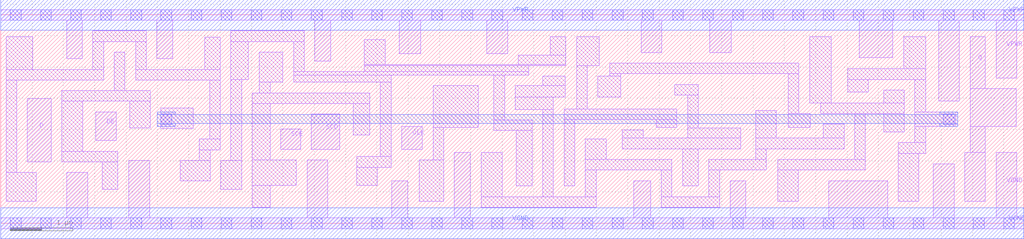
<source format=lef>
# Copyright 2020 The SkyWater PDK Authors
#
# Licensed under the Apache License, Version 2.0 (the "License");
# you may not use this file except in compliance with the License.
# You may obtain a copy of the License at
#
#     https://www.apache.org/licenses/LICENSE-2.0
#
# Unless required by applicable law or agreed to in writing, software
# distributed under the License is distributed on an "AS IS" BASIS,
# WITHOUT WARRANTIES OR CONDITIONS OF ANY KIND, either express or implied.
# See the License for the specific language governing permissions and
# limitations under the License.
#
# SPDX-License-Identifier: Apache-2.0

VERSION 5.7 ;
  NAMESCASESENSITIVE ON ;
  NOWIREEXTENSIONATPIN ON ;
  DIVIDERCHAR "/" ;
  BUSBITCHARS "[]" ;
UNITS
  DATABASE MICRONS 200 ;
END UNITS
MACRO sky130_fd_sc_ls__sedfxtp_2
  CLASS CORE ;
  SOURCE USER ;
  FOREIGN sky130_fd_sc_ls__sedfxtp_2 ;
  ORIGIN  0.000000  0.000000 ;
  SIZE  16.32000 BY  3.330000 ;
  SYMMETRY X Y ;
  SITE unit ;
  PIN D
    ANTENNAGATEAREA  0.159000 ;
    DIRECTION INPUT ;
    USE SIGNAL ;
    PORT
      LAYER li1 ;
        RECT 0.425000 0.980000 0.805000 1.990000 ;
    END
  END D
  PIN DE
    ANTENNAGATEAREA  0.318000 ;
    DIRECTION INPUT ;
    USE SIGNAL ;
    PORT
      LAYER li1 ;
        RECT 1.515000 1.320000 1.845000 1.780000 ;
    END
  END DE
  PIN Q
    ANTENNADIFFAREA  0.560000 ;
    DIRECTION OUTPUT ;
    USE SIGNAL ;
    PORT
      LAYER li1 ;
        RECT 15.375000 0.350000 15.705000 1.130000 ;
        RECT 15.460000 1.130000 15.705000 1.550000 ;
        RECT 15.460000 1.550000 16.195000 2.150000 ;
        RECT 15.460000 2.150000 15.705000 2.980000 ;
    END
  END Q
  PIN SCD
    ANTENNAGATEAREA  0.159000 ;
    DIRECTION INPUT ;
    USE SIGNAL ;
    PORT
      LAYER li1 ;
        RECT 4.955000 1.180000 5.410000 1.745000 ;
    END
  END SCD
  PIN SCE
    ANTENNAGATEAREA  0.318000 ;
    DIRECTION INPUT ;
    USE SIGNAL ;
    PORT
      LAYER li1 ;
        RECT 4.465000 1.180000 4.785000 1.510000 ;
    END
  END SCE
  PIN CLK
    ANTENNAGATEAREA  0.279000 ;
    DIRECTION INPUT ;
    USE CLOCK ;
    PORT
      LAYER li1 ;
        RECT 6.395000 1.180000 6.725000 1.550000 ;
    END
  END CLK
  PIN VGND
    DIRECTION INOUT ;
    SHAPE ABUTMENT ;
    USE GROUND ;
    PORT
      LAYER li1 ;
        RECT  0.000000 -0.085000 16.320000 0.085000 ;
        RECT  1.055000  0.085000  1.385000 0.810000 ;
        RECT  2.045000  0.085000  2.375000 1.005000 ;
        RECT  4.885000  0.085000  5.215000 1.010000 ;
        RECT  6.235000  0.085000  6.495000 0.680000 ;
        RECT  7.235000  0.085000  7.485000 1.130000 ;
        RECT 10.100000  0.085000 10.365000 0.680000 ;
        RECT 11.635000  0.085000 11.885000 0.680000 ;
        RECT 13.210000  0.085000 14.145000 0.680000 ;
        RECT 14.875000  0.085000 15.205000 0.950000 ;
        RECT 15.875000  0.085000 16.205000 1.130000 ;
      LAYER mcon ;
        RECT  0.155000 -0.085000  0.325000 0.085000 ;
        RECT  0.635000 -0.085000  0.805000 0.085000 ;
        RECT  1.115000 -0.085000  1.285000 0.085000 ;
        RECT  1.595000 -0.085000  1.765000 0.085000 ;
        RECT  2.075000 -0.085000  2.245000 0.085000 ;
        RECT  2.555000 -0.085000  2.725000 0.085000 ;
        RECT  3.035000 -0.085000  3.205000 0.085000 ;
        RECT  3.515000 -0.085000  3.685000 0.085000 ;
        RECT  3.995000 -0.085000  4.165000 0.085000 ;
        RECT  4.475000 -0.085000  4.645000 0.085000 ;
        RECT  4.955000 -0.085000  5.125000 0.085000 ;
        RECT  5.435000 -0.085000  5.605000 0.085000 ;
        RECT  5.915000 -0.085000  6.085000 0.085000 ;
        RECT  6.395000 -0.085000  6.565000 0.085000 ;
        RECT  6.875000 -0.085000  7.045000 0.085000 ;
        RECT  7.355000 -0.085000  7.525000 0.085000 ;
        RECT  7.835000 -0.085000  8.005000 0.085000 ;
        RECT  8.315000 -0.085000  8.485000 0.085000 ;
        RECT  8.795000 -0.085000  8.965000 0.085000 ;
        RECT  9.275000 -0.085000  9.445000 0.085000 ;
        RECT  9.755000 -0.085000  9.925000 0.085000 ;
        RECT 10.235000 -0.085000 10.405000 0.085000 ;
        RECT 10.715000 -0.085000 10.885000 0.085000 ;
        RECT 11.195000 -0.085000 11.365000 0.085000 ;
        RECT 11.675000 -0.085000 11.845000 0.085000 ;
        RECT 12.155000 -0.085000 12.325000 0.085000 ;
        RECT 12.635000 -0.085000 12.805000 0.085000 ;
        RECT 13.115000 -0.085000 13.285000 0.085000 ;
        RECT 13.595000 -0.085000 13.765000 0.085000 ;
        RECT 14.075000 -0.085000 14.245000 0.085000 ;
        RECT 14.555000 -0.085000 14.725000 0.085000 ;
        RECT 15.035000 -0.085000 15.205000 0.085000 ;
        RECT 15.515000 -0.085000 15.685000 0.085000 ;
        RECT 15.995000 -0.085000 16.165000 0.085000 ;
      LAYER met1 ;
        RECT 0.000000 -0.245000 16.320000 0.245000 ;
    END
  END VGND
  PIN VPWR
    DIRECTION INOUT ;
    SHAPE ABUTMENT ;
    USE POWER ;
    PORT
      LAYER li1 ;
        RECT  0.000000 3.245000 16.320000 3.415000 ;
        RECT  1.050000 2.630000  1.300000 3.245000 ;
        RECT  2.490000 2.630000  2.740000 3.245000 ;
        RECT  5.010000 2.595000  5.260000 3.245000 ;
        RECT  6.360000 2.710000  6.695000 3.245000 ;
        RECT  7.755000 2.710000  8.085000 3.245000 ;
        RECT 10.215000 2.730000 10.545000 3.245000 ;
        RECT 11.310000 2.730000 11.650000 3.245000 ;
        RECT 13.690000 2.650000 14.230000 3.245000 ;
        RECT 14.960000 1.950000 15.290000 3.245000 ;
        RECT 15.875000 2.320000 16.205000 3.245000 ;
      LAYER mcon ;
        RECT  0.155000 3.245000  0.325000 3.415000 ;
        RECT  0.635000 3.245000  0.805000 3.415000 ;
        RECT  1.115000 3.245000  1.285000 3.415000 ;
        RECT  1.595000 3.245000  1.765000 3.415000 ;
        RECT  2.075000 3.245000  2.245000 3.415000 ;
        RECT  2.555000 3.245000  2.725000 3.415000 ;
        RECT  3.035000 3.245000  3.205000 3.415000 ;
        RECT  3.515000 3.245000  3.685000 3.415000 ;
        RECT  3.995000 3.245000  4.165000 3.415000 ;
        RECT  4.475000 3.245000  4.645000 3.415000 ;
        RECT  4.955000 3.245000  5.125000 3.415000 ;
        RECT  5.435000 3.245000  5.605000 3.415000 ;
        RECT  5.915000 3.245000  6.085000 3.415000 ;
        RECT  6.395000 3.245000  6.565000 3.415000 ;
        RECT  6.875000 3.245000  7.045000 3.415000 ;
        RECT  7.355000 3.245000  7.525000 3.415000 ;
        RECT  7.835000 3.245000  8.005000 3.415000 ;
        RECT  8.315000 3.245000  8.485000 3.415000 ;
        RECT  8.795000 3.245000  8.965000 3.415000 ;
        RECT  9.275000 3.245000  9.445000 3.415000 ;
        RECT  9.755000 3.245000  9.925000 3.415000 ;
        RECT 10.235000 3.245000 10.405000 3.415000 ;
        RECT 10.715000 3.245000 10.885000 3.415000 ;
        RECT 11.195000 3.245000 11.365000 3.415000 ;
        RECT 11.675000 3.245000 11.845000 3.415000 ;
        RECT 12.155000 3.245000 12.325000 3.415000 ;
        RECT 12.635000 3.245000 12.805000 3.415000 ;
        RECT 13.115000 3.245000 13.285000 3.415000 ;
        RECT 13.595000 3.245000 13.765000 3.415000 ;
        RECT 14.075000 3.245000 14.245000 3.415000 ;
        RECT 14.555000 3.245000 14.725000 3.415000 ;
        RECT 15.035000 3.245000 15.205000 3.415000 ;
        RECT 15.515000 3.245000 15.685000 3.415000 ;
        RECT 15.995000 3.245000 16.165000 3.415000 ;
      LAYER met1 ;
        RECT 0.000000 3.085000 16.320000 3.575000 ;
    END
  END VPWR
  OBS
    LAYER li1 ;
      RECT  0.085000 0.350000  0.565000 0.810000 ;
      RECT  0.085000 0.810000  0.255000 2.290000 ;
      RECT  0.085000 2.290000  1.640000 2.460000 ;
      RECT  0.085000 2.460000  0.510000 2.980000 ;
      RECT  0.975000 0.980000  1.865000 1.150000 ;
      RECT  0.975000 1.150000  1.305000 1.950000 ;
      RECT  0.975000 1.950000  2.385000 2.120000 ;
      RECT  1.470000 2.460000  1.640000 2.905000 ;
      RECT  1.470000 2.905000  2.320000 3.075000 ;
      RECT  1.615000 0.545000  1.865000 0.980000 ;
      RECT  1.810000 2.120000  1.980000 2.735000 ;
      RECT  2.055000 1.520000  2.385000 1.950000 ;
      RECT  2.150000 2.290000  3.500000 2.460000 ;
      RECT  2.150000 2.460000  2.320000 2.905000 ;
      RECT  2.555000 1.515000  3.070000 1.845000 ;
      RECT  2.865000 0.675000  3.340000 1.005000 ;
      RECT  3.170000 1.005000  3.340000 1.175000 ;
      RECT  3.170000 1.175000  3.500000 1.345000 ;
      RECT  3.250000 2.460000  3.500000 2.975000 ;
      RECT  3.330000 1.345000  3.500000 2.290000 ;
      RECT  3.510000 0.545000  3.840000 1.005000 ;
      RECT  3.670000 1.005000  3.840000 2.295000 ;
      RECT  3.670000 2.295000  3.950000 2.905000 ;
      RECT  3.670000 2.905000  4.840000 3.075000 ;
      RECT  4.010000 0.255000  4.295000 0.605000 ;
      RECT  4.010000 0.605000  4.715000 1.010000 ;
      RECT  4.010000 1.010000  4.295000 1.915000 ;
      RECT  4.010000 1.915000  5.885000 2.085000 ;
      RECT  4.125000 2.085000  4.295000 2.255000 ;
      RECT  4.125000 2.255000  4.500000 2.735000 ;
      RECT  4.670000 2.255000  6.225000 2.370000 ;
      RECT  4.670000 2.370000  8.425000 2.425000 ;
      RECT  4.670000 2.425000  4.840000 2.905000 ;
      RECT  5.620000 1.415000  5.885000 1.915000 ;
      RECT  5.675000 0.605000  6.005000 0.895000 ;
      RECT  5.675000 0.895000  6.225000 1.065000 ;
      RECT  5.800000 2.425000  8.425000 2.520000 ;
      RECT  5.800000 2.520000  9.015000 2.540000 ;
      RECT  5.800000 2.540000  6.130000 2.935000 ;
      RECT  6.055000 1.065000  6.225000 2.255000 ;
      RECT  6.675000 0.350000  7.065000 1.010000 ;
      RECT  6.895000 1.010000  7.065000 1.530000 ;
      RECT  6.895000 1.530000  7.615000 2.200000 ;
      RECT  7.665000 0.255000  9.495000 0.425000 ;
      RECT  7.665000 0.425000  7.995000 1.130000 ;
      RECT  7.865000 1.480000  8.475000 1.650000 ;
      RECT  7.865000 1.650000  8.035000 2.370000 ;
      RECT  8.205000 1.820000  8.815000 2.020000 ;
      RECT  8.205000 2.020000  9.005000 2.200000 ;
      RECT  8.225000 0.595000  8.475000 1.480000 ;
      RECT  8.255000 2.540000  9.015000 2.690000 ;
      RECT  8.645000 0.425000  8.815000 1.820000 ;
      RECT  8.645000 2.200000  9.005000 2.350000 ;
      RECT  8.765000 2.690000  9.015000 2.980000 ;
      RECT  8.985000 0.595000  9.155000 1.660000 ;
      RECT  8.985000 1.660000 10.785000 1.830000 ;
      RECT  9.185000 1.830000  9.355000 2.520000 ;
      RECT  9.185000 2.520000  9.545000 2.980000 ;
      RECT  9.325000 0.425000  9.495000 0.850000 ;
      RECT  9.325000 0.850000 10.705000 1.020000 ;
      RECT  9.325000 1.020000  9.655000 1.345000 ;
      RECT  9.525000 2.020000  9.885000 2.350000 ;
      RECT  9.715000 2.350000  9.885000 2.390000 ;
      RECT  9.715000 2.390000 12.730000 2.560000 ;
      RECT  9.915000 1.190000 11.800000 1.360000 ;
      RECT  9.915000 1.360000 10.245000 1.490000 ;
      RECT 10.455000 1.530000 10.785000 1.660000 ;
      RECT 10.535000 0.255000 11.465000 0.425000 ;
      RECT 10.535000 0.425000 10.705000 0.850000 ;
      RECT 10.750000 2.050000 11.125000 2.220000 ;
      RECT 10.875000 0.595000 11.125000 1.190000 ;
      RECT 10.955000 1.360000 11.800000 1.520000 ;
      RECT 10.955000 1.520000 11.125000 2.050000 ;
      RECT 11.295000 0.425000 11.465000 0.850000 ;
      RECT 11.295000 0.850000 12.210000 1.020000 ;
      RECT 12.040000 1.020000 12.210000 1.190000 ;
      RECT 12.040000 1.190000 13.450000 1.360000 ;
      RECT 12.040000 1.360000 12.370000 1.800000 ;
      RECT 12.390000 0.350000 12.720000 0.850000 ;
      RECT 12.390000 0.850000 13.790000 1.020000 ;
      RECT 12.560000 1.530000 12.910000 1.755000 ;
      RECT 12.560000 1.755000 12.730000 2.390000 ;
      RECT 12.900000 1.925000 13.250000 2.980000 ;
      RECT 13.080000 1.755000 14.410000 1.925000 ;
      RECT 13.120000 1.360000 13.450000 1.585000 ;
      RECT 13.510000 2.095000 13.840000 2.300000 ;
      RECT 13.510000 2.300000 14.750000 2.470000 ;
      RECT 13.620000 1.020000 13.790000 1.755000 ;
      RECT 14.080000 1.460000 14.410000 1.755000 ;
      RECT 14.080000 1.925000 14.410000 2.130000 ;
      RECT 14.315000 0.350000 14.645000 1.120000 ;
      RECT 14.315000 1.120000 14.750000 1.290000 ;
      RECT 14.400000 2.470000 14.750000 2.980000 ;
      RECT 14.580000 1.290000 14.750000 1.550000 ;
      RECT 14.580000 1.550000 15.235000 1.780000 ;
      RECT 14.580000 1.780000 14.750000 2.300000 ;
    LAYER mcon ;
      RECT  2.555000 1.580000  2.725000 1.750000 ;
      RECT 15.035000 1.580000 15.205000 1.750000 ;
    LAYER met1 ;
      RECT  2.495000 1.550000  2.785000 1.595000 ;
      RECT  2.495000 1.595000 15.265000 1.735000 ;
      RECT  2.495000 1.735000  2.785000 1.780000 ;
      RECT 14.975000 1.550000 15.265000 1.595000 ;
      RECT 14.975000 1.735000 15.265000 1.780000 ;
  END
END sky130_fd_sc_ls__sedfxtp_2

</source>
